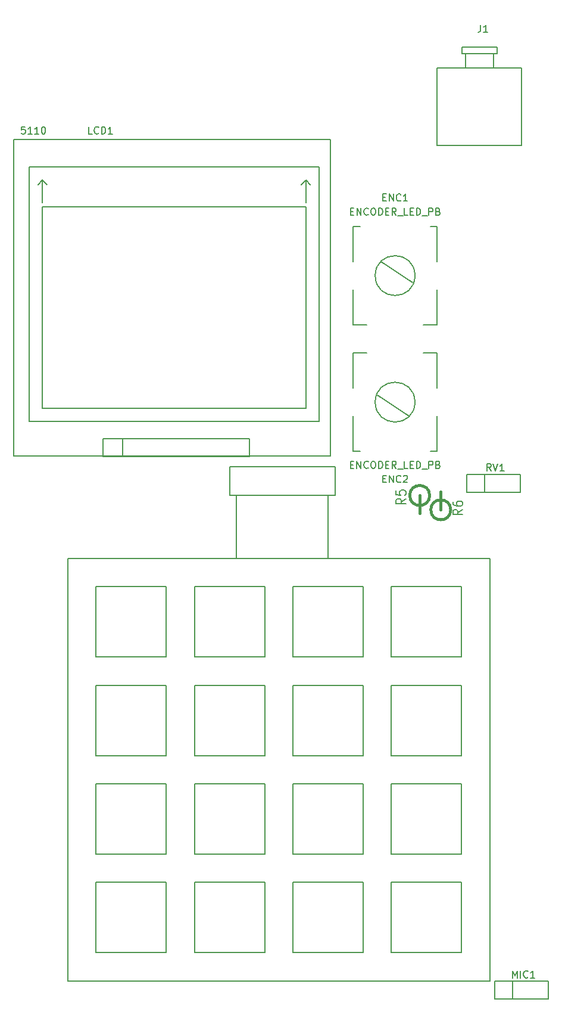
<source format=gto>
G04 (created by PCBNEW (2013-07-07 BZR 4022)-stable) date 22/05/2015 13:43:49*
%MOIN*%
G04 Gerber Fmt 3.4, Leading zero omitted, Abs format*
%FSLAX34Y34*%
G01*
G70*
G90*
G04 APERTURE LIST*
%ADD10C,0.00590551*%
%ADD11C,0.015*%
%ADD12C,0.006*%
%ADD13C,0.008*%
G04 APERTURE END LIST*
G54D10*
X130707Y-52941D02*
X128935Y-51760D01*
X131888Y-54910D02*
X132282Y-54910D01*
X127557Y-52941D02*
X127557Y-54910D01*
X127557Y-54910D02*
X127951Y-54910D01*
X128345Y-49398D02*
X127557Y-49398D01*
X127557Y-49398D02*
X127557Y-51366D01*
X132282Y-51366D02*
X132282Y-49398D01*
X132282Y-49398D02*
X131494Y-49398D01*
X132282Y-54910D02*
X132282Y-52941D01*
X131033Y-52154D02*
G75*
G03X131033Y-52154I-1113J0D01*
G74*
G01*
X129133Y-44291D02*
X130905Y-45472D01*
X127952Y-42322D02*
X127559Y-42322D01*
X132283Y-44291D02*
X132283Y-42322D01*
X132283Y-42322D02*
X131889Y-42322D01*
X131496Y-47834D02*
X132283Y-47834D01*
X132283Y-47834D02*
X132283Y-45866D01*
X127559Y-45866D02*
X127559Y-47834D01*
X127559Y-47834D02*
X128346Y-47834D01*
X127559Y-42322D02*
X127559Y-44291D01*
X131034Y-45078D02*
G75*
G03X131034Y-45078I-1113J0D01*
G74*
G01*
G54D11*
X132480Y-58177D02*
X132480Y-57177D01*
X133039Y-58177D02*
G75*
G03X133039Y-58177I-559J0D01*
G74*
G01*
X131299Y-57374D02*
X131299Y-58374D01*
X131858Y-57374D02*
G75*
G03X131858Y-57374I-559J0D01*
G74*
G01*
G54D12*
X133933Y-57192D02*
X133933Y-56192D01*
X133933Y-56192D02*
X136933Y-56192D01*
X136933Y-56192D02*
X136933Y-57192D01*
X136933Y-57192D02*
X133933Y-57192D01*
X134933Y-56192D02*
X134933Y-57192D01*
X135507Y-85539D02*
X135507Y-84539D01*
X135507Y-84539D02*
X138507Y-84539D01*
X138507Y-84539D02*
X138507Y-85539D01*
X138507Y-85539D02*
X135507Y-85539D01*
X136507Y-84539D02*
X136507Y-85539D01*
G54D10*
X113573Y-55192D02*
X121773Y-55192D01*
X114673Y-54192D02*
X114673Y-55192D01*
X113773Y-54192D02*
X113573Y-54192D01*
X113573Y-54192D02*
X113573Y-55192D01*
X121573Y-54192D02*
X121773Y-54192D01*
X121773Y-54192D02*
X121773Y-55192D01*
X113673Y-54192D02*
X121673Y-54192D01*
X124923Y-39742D02*
X125173Y-39992D01*
X124923Y-39742D02*
X124673Y-39992D01*
X124923Y-39992D02*
X124923Y-39742D01*
X124923Y-39992D02*
X124923Y-40992D01*
X110173Y-39742D02*
X110423Y-39992D01*
X110173Y-39742D02*
X109923Y-39992D01*
X110173Y-39742D02*
X110173Y-40992D01*
X110173Y-41242D02*
X124923Y-41242D01*
X124923Y-41242D02*
X124923Y-52492D01*
X124923Y-52492D02*
X110173Y-52492D01*
X110173Y-52492D02*
X110173Y-41242D01*
X109423Y-38992D02*
X125673Y-38992D01*
X125673Y-38992D02*
X125673Y-53242D01*
X125673Y-53242D02*
X109423Y-53242D01*
X109423Y-53242D02*
X109423Y-38992D01*
X108580Y-37460D02*
X126297Y-37460D01*
X126297Y-37460D02*
X126297Y-55177D01*
X126297Y-55177D02*
X108580Y-55177D01*
X108580Y-55177D02*
X108580Y-37460D01*
X135629Y-32283D02*
X135629Y-32677D01*
X133661Y-32283D02*
X133661Y-32677D01*
X133858Y-32677D02*
X135433Y-32677D01*
X135433Y-33464D02*
X135433Y-32677D01*
X135433Y-32677D02*
X135629Y-32677D01*
X133661Y-32677D02*
X133858Y-32677D01*
X133858Y-32677D02*
X133858Y-33464D01*
X135629Y-32283D02*
X133661Y-32283D01*
X132283Y-33464D02*
X137007Y-33464D01*
X137007Y-33464D02*
X137007Y-37795D01*
X137007Y-37795D02*
X132283Y-37795D01*
X132283Y-37795D02*
X132283Y-33464D01*
X126165Y-57357D02*
X126165Y-60900D01*
X121047Y-57357D02*
X121047Y-60900D01*
X120654Y-55782D02*
X120654Y-57357D01*
X120654Y-57357D02*
X126559Y-57357D01*
X126559Y-57357D02*
X126559Y-55782D01*
X126559Y-55782D02*
X120654Y-55782D01*
X113173Y-67987D02*
X113173Y-71924D01*
X113173Y-73499D02*
X113173Y-77436D01*
X113173Y-79011D02*
X113173Y-82948D01*
X113173Y-82948D02*
X117110Y-82948D01*
X122622Y-82948D02*
X118685Y-82948D01*
X128134Y-82948D02*
X124197Y-82948D01*
X133646Y-79011D02*
X133646Y-82948D01*
X133646Y-82948D02*
X129709Y-82948D01*
X133646Y-73499D02*
X133646Y-77436D01*
X133646Y-67987D02*
X133646Y-71924D01*
X129709Y-62475D02*
X133646Y-62475D01*
X133646Y-62475D02*
X133646Y-66412D01*
X124197Y-62475D02*
X128134Y-62475D01*
X118685Y-62475D02*
X122622Y-62475D01*
X113173Y-66412D02*
X113173Y-62475D01*
X113173Y-62475D02*
X117110Y-62475D01*
X124197Y-73499D02*
X128134Y-73499D01*
X128134Y-73499D02*
X128134Y-77436D01*
X128134Y-77436D02*
X124197Y-77436D01*
X124197Y-77436D02*
X124197Y-73499D01*
X118685Y-73499D02*
X118685Y-77436D01*
X118685Y-77436D02*
X122622Y-77436D01*
X122622Y-77436D02*
X122622Y-73499D01*
X122622Y-73499D02*
X118685Y-73499D01*
X124197Y-67987D02*
X128134Y-67987D01*
X128134Y-67987D02*
X128134Y-71924D01*
X128134Y-71924D02*
X124197Y-71924D01*
X124197Y-71924D02*
X124197Y-67987D01*
X118685Y-67987D02*
X122622Y-67987D01*
X122622Y-67987D02*
X122622Y-71924D01*
X122622Y-71924D02*
X118685Y-71924D01*
X118685Y-71924D02*
X118685Y-67987D01*
X133646Y-73499D02*
X129709Y-73499D01*
X129709Y-73499D02*
X129709Y-77436D01*
X129709Y-77436D02*
X133646Y-77436D01*
X133646Y-67987D02*
X129709Y-67987D01*
X129709Y-67987D02*
X129709Y-71924D01*
X129709Y-71924D02*
X133646Y-71924D01*
X124197Y-62475D02*
X124197Y-66412D01*
X124197Y-66412D02*
X128134Y-66412D01*
X128134Y-66412D02*
X128134Y-62475D01*
X122622Y-66412D02*
X122622Y-62475D01*
X118685Y-66412D02*
X122622Y-66412D01*
X118685Y-66412D02*
X118685Y-62475D01*
X113173Y-71924D02*
X117110Y-71924D01*
X117110Y-71924D02*
X117110Y-67987D01*
X117110Y-67987D02*
X113173Y-67987D01*
X113173Y-77436D02*
X117110Y-77436D01*
X117110Y-77436D02*
X117110Y-73499D01*
X117110Y-73499D02*
X113173Y-73499D01*
X124197Y-82948D02*
X124197Y-79011D01*
X124197Y-79011D02*
X128134Y-79011D01*
X128134Y-79011D02*
X128134Y-82948D01*
X118685Y-82948D02*
X118685Y-79011D01*
X118685Y-79011D02*
X122622Y-79011D01*
X122622Y-79011D02*
X122622Y-82948D01*
X129709Y-62475D02*
X129709Y-66412D01*
X129709Y-66412D02*
X133646Y-66412D01*
X129709Y-82948D02*
X129709Y-79011D01*
X129709Y-79011D02*
X133646Y-79011D01*
X113173Y-79011D02*
X117110Y-79011D01*
X117110Y-79011D02*
X117110Y-82948D01*
X113173Y-66412D02*
X117110Y-66412D01*
X117110Y-66412D02*
X117110Y-62475D01*
X111598Y-60900D02*
X135221Y-60900D01*
X135221Y-60900D02*
X135221Y-84522D01*
X135221Y-84522D02*
X111598Y-84522D01*
X111598Y-84522D02*
X111598Y-60900D01*
X129245Y-56437D02*
X129376Y-56437D01*
X129432Y-56644D02*
X129245Y-56644D01*
X129245Y-56250D01*
X129432Y-56250D01*
X129601Y-56644D02*
X129601Y-56250D01*
X129826Y-56644D01*
X129826Y-56250D01*
X130238Y-56606D02*
X130219Y-56625D01*
X130163Y-56644D01*
X130126Y-56644D01*
X130069Y-56625D01*
X130032Y-56587D01*
X130013Y-56550D01*
X129994Y-56475D01*
X129994Y-56419D01*
X130013Y-56344D01*
X130032Y-56306D01*
X130069Y-56269D01*
X130126Y-56250D01*
X130163Y-56250D01*
X130219Y-56269D01*
X130238Y-56287D01*
X130388Y-56287D02*
X130407Y-56269D01*
X130444Y-56250D01*
X130538Y-56250D01*
X130576Y-56269D01*
X130594Y-56287D01*
X130613Y-56325D01*
X130613Y-56362D01*
X130594Y-56419D01*
X130369Y-56644D01*
X130613Y-56644D01*
X127426Y-55650D02*
X127557Y-55650D01*
X127614Y-55856D02*
X127426Y-55856D01*
X127426Y-55463D01*
X127614Y-55463D01*
X127782Y-55856D02*
X127782Y-55463D01*
X128007Y-55856D01*
X128007Y-55463D01*
X128420Y-55819D02*
X128401Y-55838D01*
X128345Y-55856D01*
X128307Y-55856D01*
X128251Y-55838D01*
X128213Y-55800D01*
X128195Y-55763D01*
X128176Y-55688D01*
X128176Y-55631D01*
X128195Y-55556D01*
X128213Y-55519D01*
X128251Y-55481D01*
X128307Y-55463D01*
X128345Y-55463D01*
X128401Y-55481D01*
X128420Y-55500D01*
X128663Y-55463D02*
X128738Y-55463D01*
X128776Y-55481D01*
X128813Y-55519D01*
X128832Y-55594D01*
X128832Y-55725D01*
X128813Y-55800D01*
X128776Y-55838D01*
X128738Y-55856D01*
X128663Y-55856D01*
X128626Y-55838D01*
X128588Y-55800D01*
X128570Y-55725D01*
X128570Y-55594D01*
X128588Y-55519D01*
X128626Y-55481D01*
X128663Y-55463D01*
X129001Y-55856D02*
X129001Y-55463D01*
X129095Y-55463D01*
X129151Y-55481D01*
X129188Y-55519D01*
X129207Y-55556D01*
X129226Y-55631D01*
X129226Y-55688D01*
X129207Y-55763D01*
X129188Y-55800D01*
X129151Y-55838D01*
X129095Y-55856D01*
X129001Y-55856D01*
X129395Y-55650D02*
X129526Y-55650D01*
X129582Y-55856D02*
X129395Y-55856D01*
X129395Y-55463D01*
X129582Y-55463D01*
X129976Y-55856D02*
X129845Y-55669D01*
X129751Y-55856D02*
X129751Y-55463D01*
X129901Y-55463D01*
X129938Y-55481D01*
X129957Y-55500D01*
X129976Y-55538D01*
X129976Y-55594D01*
X129957Y-55631D01*
X129938Y-55650D01*
X129901Y-55669D01*
X129751Y-55669D01*
X130051Y-55894D02*
X130351Y-55894D01*
X130632Y-55856D02*
X130444Y-55856D01*
X130444Y-55463D01*
X130763Y-55650D02*
X130894Y-55650D01*
X130951Y-55856D02*
X130763Y-55856D01*
X130763Y-55463D01*
X130951Y-55463D01*
X131119Y-55856D02*
X131119Y-55463D01*
X131213Y-55463D01*
X131269Y-55481D01*
X131307Y-55519D01*
X131326Y-55556D01*
X131344Y-55631D01*
X131344Y-55688D01*
X131326Y-55763D01*
X131307Y-55800D01*
X131269Y-55838D01*
X131213Y-55856D01*
X131119Y-55856D01*
X131419Y-55894D02*
X131719Y-55894D01*
X131813Y-55856D02*
X131813Y-55463D01*
X131963Y-55463D01*
X132000Y-55481D01*
X132019Y-55500D01*
X132038Y-55538D01*
X132038Y-55594D01*
X132019Y-55631D01*
X132000Y-55650D01*
X131963Y-55669D01*
X131813Y-55669D01*
X132338Y-55650D02*
X132394Y-55669D01*
X132413Y-55688D01*
X132432Y-55725D01*
X132432Y-55781D01*
X132413Y-55819D01*
X132394Y-55838D01*
X132357Y-55856D01*
X132207Y-55856D01*
X132207Y-55463D01*
X132338Y-55463D01*
X132375Y-55481D01*
X132394Y-55500D01*
X132413Y-55538D01*
X132413Y-55575D01*
X132394Y-55613D01*
X132375Y-55631D01*
X132338Y-55650D01*
X132207Y-55650D01*
X129246Y-40701D02*
X129377Y-40701D01*
X129433Y-40907D02*
X129246Y-40907D01*
X129246Y-40513D01*
X129433Y-40513D01*
X129602Y-40907D02*
X129602Y-40513D01*
X129827Y-40907D01*
X129827Y-40513D01*
X130239Y-40869D02*
X130221Y-40888D01*
X130164Y-40907D01*
X130127Y-40907D01*
X130071Y-40888D01*
X130033Y-40851D01*
X130014Y-40813D01*
X129996Y-40738D01*
X129996Y-40682D01*
X130014Y-40607D01*
X130033Y-40569D01*
X130071Y-40532D01*
X130127Y-40513D01*
X130164Y-40513D01*
X130221Y-40532D01*
X130239Y-40551D01*
X130614Y-40907D02*
X130389Y-40907D01*
X130502Y-40907D02*
X130502Y-40513D01*
X130464Y-40569D01*
X130427Y-40607D01*
X130389Y-40626D01*
X127427Y-41488D02*
X127559Y-41488D01*
X127615Y-41694D02*
X127427Y-41694D01*
X127427Y-41301D01*
X127615Y-41301D01*
X127784Y-41694D02*
X127784Y-41301D01*
X128008Y-41694D01*
X128008Y-41301D01*
X128421Y-41657D02*
X128402Y-41676D01*
X128346Y-41694D01*
X128308Y-41694D01*
X128252Y-41676D01*
X128215Y-41638D01*
X128196Y-41601D01*
X128177Y-41526D01*
X128177Y-41469D01*
X128196Y-41394D01*
X128215Y-41357D01*
X128252Y-41319D01*
X128308Y-41301D01*
X128346Y-41301D01*
X128402Y-41319D01*
X128421Y-41338D01*
X128665Y-41301D02*
X128740Y-41301D01*
X128777Y-41319D01*
X128815Y-41357D01*
X128833Y-41432D01*
X128833Y-41563D01*
X128815Y-41638D01*
X128777Y-41676D01*
X128740Y-41694D01*
X128665Y-41694D01*
X128627Y-41676D01*
X128590Y-41638D01*
X128571Y-41563D01*
X128571Y-41432D01*
X128590Y-41357D01*
X128627Y-41319D01*
X128665Y-41301D01*
X129002Y-41694D02*
X129002Y-41301D01*
X129096Y-41301D01*
X129152Y-41319D01*
X129190Y-41357D01*
X129208Y-41394D01*
X129227Y-41469D01*
X129227Y-41526D01*
X129208Y-41601D01*
X129190Y-41638D01*
X129152Y-41676D01*
X129096Y-41694D01*
X129002Y-41694D01*
X129396Y-41488D02*
X129527Y-41488D01*
X129583Y-41694D02*
X129396Y-41694D01*
X129396Y-41301D01*
X129583Y-41301D01*
X129977Y-41694D02*
X129846Y-41507D01*
X129752Y-41694D02*
X129752Y-41301D01*
X129902Y-41301D01*
X129940Y-41319D01*
X129958Y-41338D01*
X129977Y-41376D01*
X129977Y-41432D01*
X129958Y-41469D01*
X129940Y-41488D01*
X129902Y-41507D01*
X129752Y-41507D01*
X130052Y-41732D02*
X130352Y-41732D01*
X130633Y-41694D02*
X130446Y-41694D01*
X130446Y-41301D01*
X130764Y-41488D02*
X130896Y-41488D01*
X130952Y-41694D02*
X130764Y-41694D01*
X130764Y-41301D01*
X130952Y-41301D01*
X131121Y-41694D02*
X131121Y-41301D01*
X131214Y-41301D01*
X131271Y-41319D01*
X131308Y-41357D01*
X131327Y-41394D01*
X131346Y-41469D01*
X131346Y-41526D01*
X131327Y-41601D01*
X131308Y-41638D01*
X131271Y-41676D01*
X131214Y-41694D01*
X131121Y-41694D01*
X131421Y-41732D02*
X131721Y-41732D01*
X131814Y-41694D02*
X131814Y-41301D01*
X131964Y-41301D01*
X132002Y-41319D01*
X132020Y-41338D01*
X132039Y-41376D01*
X132039Y-41432D01*
X132020Y-41469D01*
X132002Y-41488D01*
X131964Y-41507D01*
X131814Y-41507D01*
X132339Y-41488D02*
X132395Y-41507D01*
X132414Y-41526D01*
X132433Y-41563D01*
X132433Y-41619D01*
X132414Y-41657D01*
X132395Y-41676D01*
X132358Y-41694D01*
X132208Y-41694D01*
X132208Y-41301D01*
X132339Y-41301D01*
X132377Y-41319D01*
X132395Y-41338D01*
X132414Y-41376D01*
X132414Y-41413D01*
X132395Y-41451D01*
X132377Y-41469D01*
X132339Y-41488D01*
X132208Y-41488D01*
G54D13*
X133702Y-58160D02*
X133441Y-58327D01*
X133702Y-58446D02*
X133152Y-58446D01*
X133152Y-58255D01*
X133179Y-58208D01*
X133205Y-58184D01*
X133257Y-58160D01*
X133336Y-58160D01*
X133388Y-58184D01*
X133414Y-58208D01*
X133441Y-58255D01*
X133441Y-58446D01*
X133152Y-57731D02*
X133152Y-57827D01*
X133179Y-57874D01*
X133205Y-57898D01*
X133283Y-57946D01*
X133388Y-57970D01*
X133598Y-57970D01*
X133650Y-57946D01*
X133676Y-57922D01*
X133702Y-57874D01*
X133702Y-57779D01*
X133676Y-57731D01*
X133650Y-57708D01*
X133598Y-57684D01*
X133467Y-57684D01*
X133414Y-57708D01*
X133388Y-57731D01*
X133362Y-57779D01*
X133362Y-57874D01*
X133388Y-57922D01*
X133414Y-57946D01*
X133467Y-57970D01*
X130521Y-57557D02*
X130259Y-57724D01*
X130521Y-57843D02*
X129971Y-57843D01*
X129971Y-57652D01*
X129998Y-57604D01*
X130024Y-57581D01*
X130076Y-57557D01*
X130155Y-57557D01*
X130207Y-57581D01*
X130233Y-57604D01*
X130259Y-57652D01*
X130259Y-57843D01*
X129971Y-57104D02*
X129971Y-57343D01*
X130233Y-57366D01*
X130207Y-57343D01*
X130181Y-57295D01*
X130181Y-57176D01*
X130207Y-57128D01*
X130233Y-57104D01*
X130286Y-57081D01*
X130417Y-57081D01*
X130469Y-57104D01*
X130495Y-57128D01*
X130521Y-57176D01*
X130521Y-57295D01*
X130495Y-57343D01*
X130469Y-57366D01*
G54D12*
X135294Y-56004D02*
X135161Y-55814D01*
X135066Y-56004D02*
X135066Y-55604D01*
X135218Y-55604D01*
X135256Y-55623D01*
X135275Y-55642D01*
X135294Y-55681D01*
X135294Y-55738D01*
X135275Y-55776D01*
X135256Y-55795D01*
X135218Y-55814D01*
X135066Y-55814D01*
X135409Y-55604D02*
X135542Y-56004D01*
X135675Y-55604D01*
X136018Y-56004D02*
X135790Y-56004D01*
X135904Y-56004D02*
X135904Y-55604D01*
X135866Y-55661D01*
X135828Y-55700D01*
X135790Y-55719D01*
X136488Y-84351D02*
X136488Y-83951D01*
X136622Y-84236D01*
X136755Y-83951D01*
X136755Y-84351D01*
X136945Y-84351D02*
X136945Y-83951D01*
X137365Y-84313D02*
X137345Y-84332D01*
X137288Y-84351D01*
X137250Y-84351D01*
X137193Y-84332D01*
X137155Y-84294D01*
X137136Y-84256D01*
X137117Y-84179D01*
X137117Y-84122D01*
X137136Y-84046D01*
X137155Y-84008D01*
X137193Y-83970D01*
X137250Y-83951D01*
X137288Y-83951D01*
X137345Y-83970D01*
X137365Y-83989D01*
X137745Y-84351D02*
X137517Y-84351D01*
X137631Y-84351D02*
X137631Y-83951D01*
X137593Y-84008D01*
X137555Y-84046D01*
X137517Y-84065D01*
G54D10*
X112963Y-37151D02*
X112776Y-37151D01*
X112776Y-36757D01*
X113320Y-37113D02*
X113301Y-37132D01*
X113245Y-37151D01*
X113207Y-37151D01*
X113151Y-37132D01*
X113113Y-37095D01*
X113095Y-37057D01*
X113076Y-36982D01*
X113076Y-36926D01*
X113095Y-36851D01*
X113113Y-36814D01*
X113151Y-36776D01*
X113207Y-36757D01*
X113245Y-36757D01*
X113301Y-36776D01*
X113320Y-36795D01*
X113488Y-37151D02*
X113488Y-36757D01*
X113582Y-36757D01*
X113638Y-36776D01*
X113676Y-36814D01*
X113695Y-36851D01*
X113713Y-36926D01*
X113713Y-36982D01*
X113695Y-37057D01*
X113676Y-37095D01*
X113638Y-37132D01*
X113582Y-37151D01*
X113488Y-37151D01*
X114088Y-37151D02*
X113863Y-37151D01*
X113976Y-37151D02*
X113976Y-36757D01*
X113938Y-36814D01*
X113901Y-36851D01*
X113863Y-36870D01*
X109204Y-36757D02*
X109017Y-36757D01*
X108998Y-36945D01*
X109017Y-36926D01*
X109054Y-36907D01*
X109148Y-36907D01*
X109185Y-36926D01*
X109204Y-36945D01*
X109223Y-36982D01*
X109223Y-37076D01*
X109204Y-37113D01*
X109185Y-37132D01*
X109148Y-37151D01*
X109054Y-37151D01*
X109017Y-37132D01*
X108998Y-37113D01*
X109598Y-37151D02*
X109373Y-37151D01*
X109485Y-37151D02*
X109485Y-36757D01*
X109448Y-36814D01*
X109410Y-36851D01*
X109373Y-36870D01*
X109973Y-37151D02*
X109748Y-37151D01*
X109860Y-37151D02*
X109860Y-36757D01*
X109823Y-36814D01*
X109785Y-36851D01*
X109748Y-36870D01*
X110216Y-36757D02*
X110254Y-36757D01*
X110291Y-36776D01*
X110310Y-36795D01*
X110329Y-36832D01*
X110348Y-36907D01*
X110348Y-37001D01*
X110329Y-37076D01*
X110310Y-37113D01*
X110291Y-37132D01*
X110254Y-37151D01*
X110216Y-37151D01*
X110179Y-37132D01*
X110160Y-37113D01*
X110141Y-37076D01*
X110123Y-37001D01*
X110123Y-36907D01*
X110141Y-36832D01*
X110160Y-36795D01*
X110179Y-36776D01*
X110216Y-36757D01*
X134711Y-31064D02*
X134711Y-31346D01*
X134692Y-31402D01*
X134655Y-31439D01*
X134598Y-31458D01*
X134561Y-31458D01*
X135104Y-31458D02*
X134880Y-31458D01*
X134992Y-31458D02*
X134992Y-31064D01*
X134955Y-31121D01*
X134917Y-31158D01*
X134880Y-31177D01*
M02*

</source>
